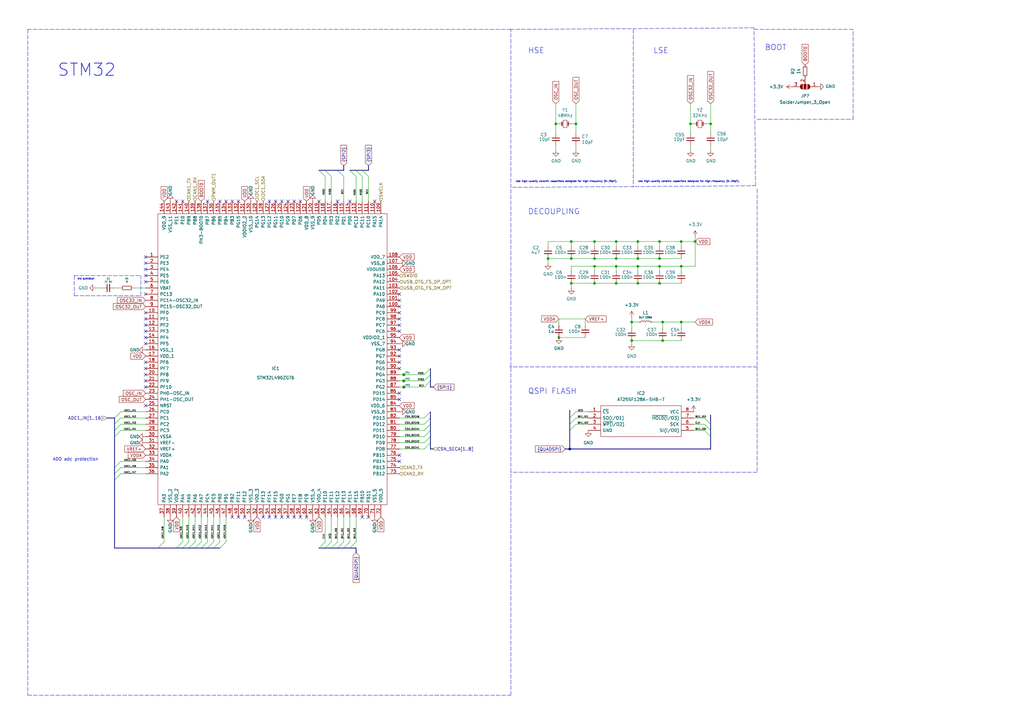
<source format=kicad_sch>
(kicad_sch (version 20211123) (generator eeschema)
  (paper "A3")
  (lib_symbols
    (symbol "Connector:TestPoint_Small" (pin_numbers hide) (pin_names (offset 0.762) hide)
      (property "Reference" "TP" (at 0 3.81 0))
      (property "Value" "TestPoint_Small" (at 0 2.032 0))
      (symbol "TestPoint_Small_1_1"
        (pin passive line (at 0 0 90) (length 0) (name "1") (number "1"))
      )
    )
    (symbol "Device:C_Small" (pin_numbers hide) (pin_names (offset 0.254) hide)
      (property "Reference" "C" (at 0.254 1.778 0))
      (property "Value" "C_Small" (at 0.254 -2.032 0))
      (symbol "C_Small_1_1"
        (pin passive line (at 0 2.54 270) (length 2.032) (name "~") (number "1"))
        (pin passive line (at 0 -2.54 90) (length 2.032) (name "~") (number "2"))
      )
    )
    (symbol "Device:Crystal_Small" (pin_numbers hide) (pin_names (offset 1.016) hide)
      (property "Reference" "Y" (at 0 2.54 0))
      (property "Value" "Crystal_Small" (at 0 -2.54 0))
      (symbol "Crystal_Small_1_1"
        (pin passive line (at -2.54 0 0) (length 1.27) (name "1") (number "1"))
        (pin passive line (at 2.54 0 180) (length 1.27) (name "2") (number "2"))
      )
    )
    (symbol "Device:L_Small" (pin_numbers hide) (pin_names (offset 0.254) hide)
      (property "Reference" "L" (at 0.762 1.016 0))
      (property "Value" "L_Small" (at 0.762 -1.016 0))
      (symbol "L_Small_1_1"
        (pin passive line (at 0 2.54 270) (length 0.508) (name "~") (number "1"))
        (pin passive line (at 0 -2.54 90) (length 0.508) (name "~") (number "2"))
      )
    )
    (symbol "Device:R_Small" (pin_numbers hide) (pin_names (offset 0.254) hide)
      (property "Reference" "R" (at 0.762 0.508 0))
      (property "Value" "R_Small" (at 0.762 -1.016 0))
      (symbol "R_Small_1_1"
        (pin passive line (at 0 2.54 270) (length 0.762) (name "~") (number "1"))
        (pin passive line (at 0 -2.54 90) (length 0.762) (name "~") (number "2"))
      )
    )
    (symbol "Jumper:SolderJumper_3_Open" (pin_names (offset 0) hide)
      (property "Reference" "JP" (at -2.54 -2.54 0))
      (property "Value" "SolderJumper_3_Open" (at 0 2.794 0))
      (symbol "SolderJumper_3_Open_1_1"
        (pin passive line (at -5.08 0 0) (length 2.54) (name "A") (number "1"))
        (pin passive line (at 0 -3.81 90) (length 2.54) (name "C") (number "2"))
        (pin passive line (at 5.08 0 180) (length 2.54) (name "B") (number "3"))
      )
    )
    (symbol "PDM_additional:AT25SF128A-SHB-T" (pin_names (offset 0.762))
      (property "Reference" "IC" (at 39.37 7.62 0))
      (property "Value" "AT25SF128A-SHB-T" (at 39.37 5.08 0))
      (symbol "AT25SF128A-SHB-T_0_0"
        (pin passive line (at 0 0 0) (length 5.08) (name "~{CS}") (number "1"))
        (pin passive line (at 0 -2.54 0) (length 5.08) (name "SO(I/O1)") (number "2"))
        (pin passive line (at 0 -5.08 0) (length 5.08) (name "~{WP(I}/O2)") (number "3"))
        (pin passive line (at 0 -7.62 0) (length 5.08) (name "GND") (number "4"))
        (pin passive line (at 43.18 -7.62 180) (length 5.08) (name "SI(I/O0)") (number "5"))
        (pin passive line (at 43.18 -5.08 180) (length 5.08) (name "SCK") (number "6"))
        (pin passive line (at 43.18 -2.54 180) (length 5.08) (name "~{HOLD(I}/O3)") (number "7"))
        (pin passive line (at 43.18 0 180) (length 5.08) (name "VCC") (number "8"))
      )
    )
    (symbol "PDM_additional:STM32L496ZGT6" (pin_names (offset 0.762))
      (property "Reference" "IC" (at 100.33 22.86 0))
      (property "Value" "STM32L496ZGT6" (at 100.33 20.32 0))
      (symbol "STM32L496ZGT6_0_0"
        (pin passive line (at 0 0 0) (length 5.08) (name "PE2") (number "1"))
        (pin passive line (at 0 -22.86 0) (length 5.08) (name "PF0") (number "10"))
        (pin passive line (at 104.14 -20.32 180) (length 5.08) (name "PA8") (number "100"))
        (pin passive line (at 104.14 -17.78 180) (length 5.08) (name "PA9") (number "101"))
        (pin passive line (at 104.14 -15.24 180) (length 5.08) (name "PA10") (number "102"))
        (pin passive line (at 104.14 -12.7 180) (length 5.08) (name "PA11") (number "103"))
        (pin passive line (at 104.14 -10.16 180) (length 5.08) (name "PA12") (number "104"))
        (pin passive line (at 104.14 -7.62 180) (length 5.08) (name "PA13") (number "105"))
        (pin passive line (at 104.14 -5.08 180) (length 5.08) (name "VDDUSB") (number "106"))
        (pin passive line (at 104.14 -2.54 180) (length 5.08) (name "VSS_8") (number "107"))
        (pin passive line (at 104.14 0 180) (length 5.08) (name "VDD_7") (number "108"))
        (pin passive line (at 96.52 22.86 270) (length 5.08) (name "PA14") (number "109"))
        (pin passive line (at 0 -25.4 0) (length 5.08) (name "PF1") (number "11"))
        (pin passive line (at 93.98 22.86 270) (length 5.08) (name "PA15") (number "110"))
        (pin passive line (at 91.44 22.86 270) (length 5.08) (name "PC10") (number "111"))
        (pin passive line (at 88.9 22.86 270) (length 5.08) (name "PC11") (number "112"))
        (pin passive line (at 86.36 22.86 270) (length 5.08) (name "PC12") (number "113"))
        (pin passive line (at 83.82 22.86 270) (length 5.08) (name "PD0") (number "114"))
        (pin passive line (at 81.28 22.86 270) (length 5.08) (name "PD1") (number "115"))
        (pin passive line (at 78.74 22.86 270) (length 5.08) (name "PD2") (number "116"))
        (pin passive line (at 76.2 22.86 270) (length 5.08) (name "PD3") (number "117"))
        (pin passive line (at 73.66 22.86 270) (length 5.08) (name "PD4") (number "118"))
        (pin passive line (at 71.12 22.86 270) (length 5.08) (name "PD5") (number "119"))
        (pin passive line (at 0 -27.94 0) (length 5.08) (name "PF2") (number "12"))
        (pin passive line (at 68.58 22.86 270) (length 5.08) (name "VSS_9") (number "120"))
        (pin passive line (at 66.04 22.86 270) (length 5.08) (name "VDD_8") (number "121"))
        (pin passive line (at 63.5 22.86 270) (length 5.08) (name "PD6") (number "122"))
        (pin passive line (at 60.96 22.86 270) (length 5.08) (name "PD7") (number "123"))
        (pin passive line (at 58.42 22.86 270) (length 5.08) (name "PG9") (number "124"))
        (pin passive line (at 55.88 22.86 270) (length 5.08) (name "PG10") (number "125"))
        (pin passive line (at 53.34 22.86 270) (length 5.08) (name "PG11") (number "126"))
        (pin passive line (at 50.8 22.86 270) (length 5.08) (name "PG12") (number "127"))
        (pin passive line (at 48.26 22.86 270) (length 5.08) (name "PG13") (number "128"))
        (pin passive line (at 45.72 22.86 270) (length 5.08) (name "PG14") (number "129"))
        (pin passive line (at 0 -30.48 0) (length 5.08) (name "PF3") (number "13"))
        (pin passive line (at 43.18 22.86 270) (length 5.08) (name "VSS_10") (number "130"))
        (pin passive line (at 40.64 22.86 270) (length 5.08) (name "VDDIO2_2") (number "131"))
        (pin passive line (at 38.1 22.86 270) (length 5.08) (name "PG15") (number "132"))
        (pin passive line (at 35.56 22.86 270) (length 5.08) (name "PB3") (number "133"))
        (pin passive line (at 33.02 22.86 270) (length 5.08) (name "PB4") (number "134"))
        (pin passive line (at 30.48 22.86 270) (length 5.08) (name "PB5") (number "135"))
        (pin passive line (at 27.94 22.86 270) (length 5.08) (name "PB6") (number "136"))
        (pin passive line (at 25.4 22.86 270) (length 5.08) (name "PB7") (number "137"))
        (pin passive line (at 22.86 22.86 270) (length 5.08) (name "PH3-BOOT0") (number "138"))
        (pin passive line (at 20.32 22.86 270) (length 5.08) (name "PB8") (number "139"))
        (pin passive line (at 0 -33.02 0) (length 5.08) (name "PF4") (number "14"))
        (pin passive line (at 17.78 22.86 270) (length 5.08) (name "PB9") (number "140"))
        (pin passive line (at 15.24 22.86 270) (length 5.08) (name "PE0") (number "141"))
        (pin passive line (at 12.7 22.86 270) (length 5.08) (name "PE1") (number "142"))
        (pin passive line (at 10.16 22.86 270) (length 5.08) (name "VSS_11") (number "143"))
        (pin passive line (at 7.62 22.86 270) (length 5.08) (name "VDD_9") (number "144"))
        (pin passive line (at 0 -35.56 0) (length 5.08) (name "PF5") (number "15"))
        (pin passive line (at 0 -38.1 0) (length 5.08) (name "VSS_1") (number "16"))
        (pin passive line (at 0 -40.64 0) (length 5.08) (name "VDD_1") (number "17"))
        (pin passive line (at 0 -43.18 0) (length 5.08) (name "PF6") (number "18"))
        (pin passive line (at 0 -45.72 0) (length 5.08) (name "PF7") (number "19"))
        (pin passive line (at 0 -2.54 0) (length 5.08) (name "PE3") (number "2"))
        (pin passive line (at 0 -48.26 0) (length 5.08) (name "PF8") (number "20"))
        (pin passive line (at 0 -50.8 0) (length 5.08) (name "PF9") (number "21"))
        (pin passive line (at 0 -53.34 0) (length 5.08) (name "PF10") (number "22"))
        (pin passive line (at 0 -55.88 0) (length 5.08) (name "PH0-OSC_IN") (number "23"))
        (pin passive line (at 0 -58.42 0) (length 5.08) (name "PH1-OSC_OUT") (number "24"))
        (pin passive line (at 0 -60.96 0) (length 5.08) (name "NRST") (number "25"))
        (pin passive line (at 0 -63.5 0) (length 5.08) (name "PC0") (number "26"))
        (pin passive line (at 0 -66.04 0) (length 5.08) (name "PC1") (number "27"))
        (pin passive line (at 0 -68.58 0) (length 5.08) (name "PC2") (number "28"))
        (pin passive line (at 0 -71.12 0) (length 5.08) (name "PC3") (number "29"))
        (pin passive line (at 0 -5.08 0) (length 5.08) (name "PE4") (number "3"))
        (pin passive line (at 0 -73.66 0) (length 5.08) (name "VSSA") (number "30"))
        (pin passive line (at 0 -76.2 0) (length 5.08) (name "VREF-") (number "31"))
        (pin passive line (at 0 -78.74 0) (length 5.08) (name "VREF+") (number "32"))
        (pin passive line (at 0 -81.28 0) (length 5.08) (name "VDDA") (number "33"))
        (pin passive line (at 0 -83.82 0) (length 5.08) (name "PA0") (number "34"))
        (pin passive line (at 0 -86.36 0) (length 5.08) (name "PA1") (number "35"))
        (pin passive line (at 0 -88.9 0) (length 5.08) (name "PA2") (number "36"))
        (pin passive line (at 7.62 -106.68 90) (length 5.08) (name "PA3") (number "37"))
        (pin passive line (at 10.16 -106.68 90) (length 5.08) (name "VSS_2") (number "38"))
        (pin passive line (at 12.7 -106.68 90) (length 5.08) (name "VDD_2") (number "39"))
        (pin passive line (at 0 -7.62 0) (length 5.08) (name "PE5") (number "4"))
        (pin passive line (at 15.24 -106.68 90) (length 5.08) (name "PA4") (number "40"))
        (pin passive line (at 17.78 -106.68 90) (length 5.08) (name "PA5") (number "41"))
        (pin passive line (at 20.32 -106.68 90) (length 5.08) (name "PA6") (number "42"))
        (pin passive line (at 22.86 -106.68 90) (length 5.08) (name "PA7") (number "43"))
        (pin passive line (at 25.4 -106.68 90) (length 5.08) (name "PC4") (number "44"))
        (pin passive line (at 27.94 -106.68 90) (length 5.08) (name "PC5") (number "45"))
        (pin passive line (at 30.48 -106.68 90) (length 5.08) (name "PB0") (number "46"))
        (pin passive line (at 33.02 -106.68 90) (length 5.08) (name "PB1") (number "47"))
        (pin passive line (at 35.56 -106.68 90) (length 5.08) (name "PB2") (number "48"))
        (pin passive line (at 38.1 -106.68 90) (length 5.08) (name "PF11") (number "49"))
        (pin passive line (at 0 -10.16 0) (length 5.08) (name "PE6") (number "5"))
        (pin passive line (at 40.64 -106.68 90) (length 5.08) (name "PF12") (number "50"))
        (pin passive line (at 43.18 -106.68 90) (length 5.08) (name "VSS_3") (number "51"))
        (pin passive line (at 45.72 -106.68 90) (length 5.08) (name "VDD_3") (number "52"))
        (pin passive line (at 48.26 -106.68 90) (length 5.08) (name "PF13") (number "53"))
        (pin passive line (at 50.8 -106.68 90) (length 5.08) (name "PF14") (number "54"))
        (pin passive line (at 53.34 -106.68 90) (length 5.08) (name "PF15") (number "55"))
        (pin passive line (at 55.88 -106.68 90) (length 5.08) (name "PG0") (number "56"))
        (pin passive line (at 58.42 -106.68 90) (length 5.08) (name "PG1") (number "57"))
        (pin passive line (at 60.96 -106.68 90) (length 5.08) (name "PE7") (number "58"))
        (pin passive line (at 63.5 -106.68 90) (length 5.08) (name "PE8") (number "59"))
        (pin passive line (at 0 -12.7 0) (length 5.08) (name "VBAT") (number "6"))
        (pin passive line (at 66.04 -106.68 90) (length 5.08) (name "PE9") (number "60"))
        (pin passive line (at 68.58 -106.68 90) (length 5.08) (name "VSS_4") (number "61"))
        (pin passive line (at 71.12 -106.68 90) (length 5.08) (name "VDD_4") (number "62"))
        (pin passive line (at 73.66 -106.68 90) (length 5.08) (name "PE10") (number "63"))
        (pin passive line (at 76.2 -106.68 90) (length 5.08) (name "PE11") (number "64"))
        (pin passive line (at 78.74 -106.68 90) (length 5.08) (name "PE12") (number "65"))
        (pin passive line (at 81.28 -106.68 90) (length 5.08) (name "PE13") (number "66"))
        (pin passive line (at 83.82 -106.68 90) (length 5.08) (name "PE14") (number "67"))
        (pin passive line (at 86.36 -106.68 90) (length 5.08) (name "PE15") (number "68"))
        (pin passive line (at 88.9 -106.68 90) (length 5.08) (name "PB10") (number "69"))
        (pin passive line (at 0 -15.24 0) (length 5.08) (name "PC13") (number "7"))
        (pin passive line (at 91.44 -106.68 90) (length 5.08) (name "PB11") (number "70"))
        (pin passive line (at 93.98 -106.68 90) (length 5.08) (name "VSS_5") (number "71"))
        (pin passive line (at 96.52 -106.68 90) (length 5.08) (name "VDD_5") (number "72"))
        (pin passive line (at 104.14 -88.9 180) (length 5.08) (name "PB12") (number "73"))
        (pin passive line (at 104.14 -86.36 180) (length 5.08) (name "PB13") (number "74"))
        (pin passive line (at 104.14 -83.82 180) (length 5.08) (name "PB14") (number "75"))
        (pin passive line (at 104.14 -81.28 180) (length 5.08) (name "PB15") (number "76"))
        (pin passive line (at 104.14 -78.74 180) (length 5.08) (name "PD8") (number "77"))
        (pin passive line (at 104.14 -76.2 180) (length 5.08) (name "PD9") (number "78"))
        (pin passive line (at 104.14 -73.66 180) (length 5.08) (name "PD10") (number "79"))
        (pin passive line (at 0 -17.78 0) (length 5.08) (name "PC14-OSC32_IN") (number "8"))
        (pin passive line (at 104.14 -71.12 180) (length 5.08) (name "PD11") (number "80"))
        (pin passive line (at 104.14 -68.58 180) (length 5.08) (name "PD12") (number "81"))
        (pin passive line (at 104.14 -66.04 180) (length 5.08) (name "PD13") (number "82"))
        (pin passive line (at 104.14 -63.5 180) (length 5.08) (name "VSS_6") (number "83"))
        (pin passive line (at 104.14 -60.96 180) (length 5.08) (name "VDD_6") (number "84"))
        (pin passive line (at 104.14 -58.42 180) (length 5.08) (name "PD14") (number "85"))
        (pin passive line (at 104.14 -55.88 180) (length 5.08) (name "PD15") (number "86"))
        (pin passive line (at 104.14 -53.34 180) (length 5.08) (name "PG2") (number "87"))
        (pin passive line (at 104.14 -50.8 180) (length 5.08) (name "PG3") (number "88"))
        (pin passive line (at 104.14 -48.26 180) (length 5.08) (name "PG4") (number "89"))
        (pin passive line (at 0 -20.32 0) (length 5.08) (name "PC15-OSC32_OUT") (number "9"))
        (pin passive line (at 104.14 -45.72 180) (length 5.08) (name "PG5") (number "90"))
        (pin passive line (at 104.14 -43.18 180) (length 5.08) (name "PG6") (number "91"))
        (pin passive line (at 104.14 -40.64 180) (length 5.08) (name "PG7") (number "92"))
        (pin passive line (at 104.14 -38.1 180) (length 5.08) (name "PG8") (number "93"))
        (pin passive line (at 104.14 -35.56 180) (length 5.08) (name "VSS_7") (number "94"))
        (pin passive line (at 104.14 -33.02 180) (length 5.08) (name "VDDIO2_1") (number "95"))
        (pin passive line (at 104.14 -30.48 180) (length 5.08) (name "PC6") (number "96"))
        (pin passive line (at 104.14 -27.94 180) (length 5.08) (name "PC7") (number "97"))
        (pin passive line (at 104.14 -25.4 180) (length 5.08) (name "PC8") (number "98"))
        (pin passive line (at 104.14 -22.86 180) (length 5.08) (name "PC9") (number "99"))
      )
    )
    (symbol "power:+3.3V" (power) (pin_names (offset 0))
      (property "Value" "+3.3V" (at 0 3.556 0))
      (symbol "+3.3V_1_1"
        (pin power_in line (at 0 0 90) (length 0) hide (name "+3.3V") (number "1"))
      )
    )
    (symbol "power:GND" (power) (pin_names (offset 0))
      (property "Value" "GND" (at 0 -3.81 0))
      (symbol "GND_1_1"
        (pin power_in line (at 0 0 270) (length 0) hide (name "GND") (number "1"))
      )
    )
  )
  (bus_alias "QUADSPI" (members "CLK" "NCS" "BK1_IO0" "BK1_IO1" "BK1_IO2" "BK1_IO3"))
  (bus_alias "SPI1" (members "SCK" "MISO" "MOSI"))
  (bus_alias "SPI3" (members "SCK" "MISO" "MOSI"))
  (bus_alias "SPI2" (members "SCK" "MISO" "MOSI"))
  (junction (at 279.4 109.22))
  (junction (at 259.08 132.08))
  (junction (at 165.608 153.67))
  (junction (at 252.73 106.045))
  (junction (at 234.315 106.045))
  (junction (at 227.965 50.8))
  (junction (at 279.4 99.06))
  (junction (at 285.115 99.06))
  (junction (at 261.62 116.205))
  (junction (at 165.608 158.75))
  (junction (at 270.51 109.22))
  (junction (at 291.465 50.8))
  (junction (at 270.51 99.06))
  (junction (at 252.73 116.205))
  (junction (at 243.84 106.045))
  (junction (at 279.4 132.08))
  (junction (at 270.51 106.045))
  (junction (at 165.608 156.21))
  (junction (at 283.21 50.8))
  (junction (at 261.62 106.045))
  (junction (at 234.315 116.205))
  (junction (at 243.84 116.205))
  (junction (at 252.73 109.22))
  (junction (at 261.62 109.22))
  (junction (at 234.315 99.06))
  (junction (at 236.22 50.8))
  (junction (at 252.73 99.06))
  (junction (at 259.08 139.7))
  (junction (at 229.235 138.43))
  (junction (at 271.78 132.08))
  (junction (at 233.68 184.15))
  (junction (at 243.84 99.06))
  (junction (at 271.78 139.7))
  (junction (at 261.62 99.06))
  (junction (at 270.51 116.205))
  (junction (at 243.84 109.22))
  (junction (at 224.79 106.045))
  (no_connect (at 110.49 212.09))
  (no_connect (at 107.95 212.09))
  (no_connect (at 100.33 212.09))
  (no_connect (at 97.79 212.09))
  (no_connect (at 95.25 212.09))
  (no_connect (at 59.69 130.81))
  (no_connect (at 59.69 148.59))
  (no_connect (at 59.69 140.97))
  (no_connect (at 59.69 138.43))
  (no_connect (at 59.69 135.89))
  (no_connect (at 59.69 133.35))
  (no_connect (at 59.69 128.27))
  (no_connect (at 59.69 120.65))
  (no_connect (at 59.69 166.37))
  (no_connect (at 59.69 158.75))
  (no_connect (at 59.69 156.21))
  (no_connect (at 59.69 153.67))
  (no_connect (at 59.69 151.13))
  (no_connect (at 59.69 113.03))
  (no_connect (at 59.69 115.57))
  (no_connect (at 151.13 212.09))
  (no_connect (at 163.83 189.23))
  (no_connect (at 163.83 186.69))
  (no_connect (at 148.59 212.09))
  (no_connect (at 153.67 82.55))
  (no_connect (at 163.83 163.83))
  (no_connect (at 163.83 161.29))
  (no_connect (at 163.83 151.13))
  (no_connect (at 163.83 148.59))
  (no_connect (at 163.83 146.05))
  (no_connect (at 163.83 143.51))
  (no_connect (at 163.83 135.89))
  (no_connect (at 163.83 133.35))
  (no_connect (at 163.83 130.81))
  (no_connect (at 163.83 128.27))
  (no_connect (at 163.83 125.73))
  (no_connect (at 163.83 123.19))
  (no_connect (at 163.83 120.65))
  (no_connect (at 115.57 212.09))
  (no_connect (at 118.11 212.09))
  (no_connect (at 113.03 212.09))
  (no_connect (at 123.19 212.09))
  (no_connect (at 125.73 212.09))
  (no_connect (at 120.65 212.09))
  (no_connect (at 130.81 82.55))
  (no_connect (at 143.51 82.55))
  (no_connect (at 138.43 82.55))
  (no_connect (at 72.39 82.55))
  (no_connect (at 74.93 82.55))
  (no_connect (at 85.09 82.55))
  (no_connect (at 90.17 82.55))
  (no_connect (at 92.71 82.55))
  (no_connect (at 95.25 82.55))
  (no_connect (at 97.79 82.55))
  (no_connect (at 113.03 82.55))
  (no_connect (at 110.49 82.55))
  (no_connect (at 115.57 82.55))
  (no_connect (at 118.11 82.55))
  (no_connect (at 120.65 82.55))
  (no_connect (at 123.19 82.55))
  (no_connect (at 59.69 107.95))
  (no_connect (at 59.69 110.49))
  (no_connect (at 59.69 105.41))
  (bus_entry (at 233.68 173.99) (size 2.54 -2.54))
  (bus_entry (at 291.465 173.99) (size -2.54 -2.54))
  (bus_entry (at 151.13 72.39) (size -2.54 -2.54))
  (bus_entry (at 49.53 171.45) (size -2.54 2.54))
  (bus_entry (at 49.53 168.91) (size -2.54 2.54))
  (bus_entry (at 49.53 176.53) (size -2.54 2.54))
  (bus_entry (at 49.53 173.99) (size -2.54 2.54))
  (bus_entry (at 49.53 194.31) (size -2.54 2.54))
  (bus_entry (at 49.53 189.23) (size -2.54 2.54))
  (bus_entry (at 49.53 191.77) (size -2.54 2.54))
  (bus_entry (at 67.31 222.25) (size -2.54 2.54))
  (bus_entry (at 233.68 176.53) (size 2.54 -2.54))
  (bus_entry (at 82.55 222.25) (size -2.54 2.54))
  (bus_entry (at 130.81 69.85) (size 2.54 2.54))
  (bus_entry (at 133.35 69.85) (size 2.54 2.54))
  (bus_entry (at 87.63 222.25) (size -2.54 2.54))
  (bus_entry (at 173.99 153.67) (size 2.54 -2.54))
  (bus_entry (at 148.59 72.39) (size -2.54 -2.54))
  (bus_entry (at 85.09 222.25) (size -2.54 2.54))
  (bus_entry (at 291.465 176.53) (size -2.54 -2.54))
  (bus_entry (at 291.465 179.07) (size -2.54 -2.54))
  (bus_entry (at 140.97 72.39) (size -2.54 -2.54))
  (bus_entry (at 80.01 222.25) (size -2.54 2.54))
  (bus_entry (at 77.47 222.25) (size -2.54 2.54))
  (bus_entry (at 173.99 158.75) (size 2.54 -2.54))
  (bus_entry (at 233.68 171.45) (size 2.54 -2.54))
  (bus_entry (at 133.35 222.25) (size -2.54 2.54))
  (bus_entry (at 135.89 222.25) (size -2.54 2.54))
  (bus_entry (at 138.43 222.25) (size -2.54 2.54))
  (bus_entry (at 140.97 222.25) (size -2.54 2.54))
  (bus_entry (at 143.51 222.25) (size -2.54 2.54))
  (bus_entry (at 146.05 222.25) (size -2.54 2.54))
  (bus_entry (at 92.71 222.25) (size -2.54 2.54))
  (bus_entry (at 173.99 171.45) (size 2.54 -2.54))
  (bus_entry (at 173.99 173.99) (size 2.54 -2.54))
  (bus_entry (at 173.99 176.53) (size 2.54 -2.54))
  (bus_entry (at 173.99 179.07) (size 2.54 -2.54))
  (bus_entry (at 173.99 181.61) (size 2.54 -2.54))
  (bus_entry (at 173.99 184.15) (size 2.54 -2.54))
  (bus_entry (at 173.99 156.21) (size 2.54 -2.54))
  (bus_entry (at 146.05 72.39) (size -2.54 -2.54))
  (bus_entry (at 90.17 222.25) (size -2.54 2.54))
  (bus_entry (at 74.93 222.25) (size -2.54 2.54))
  (wire (pts (xy 229.235 138.43) (xy 240.03 138.43)))
  (bus (pts (xy 146.05 224.79) (xy 146.05 226.695)))
  (bus (pts (xy 233.68 176.53) (xy 233.68 184.15)))
  (wire (pts (xy 236.22 173.99) (xy 241.3 173.99)))
  (wire (pts (xy 49.53 191.77) (xy 59.69 191.77)))
  (wire (pts (xy 289.56 50.8) (xy 291.465 50.8)))
  (polyline (pts (xy 30.48 121.285) (xy 57.785 121.285)))
  (wire (pts (xy 227.965 59.69) (xy 227.965 61.595)))
  (wire (pts (xy 243.84 111.125) (xy 243.84 109.22)))
  (bus (pts (xy 135.89 224.79) (xy 138.43 224.79)))
  (wire (pts (xy 252.73 116.205) (xy 261.62 116.205)))
  (bus (pts (xy 233.68 173.99) (xy 233.68 176.53)))
  (wire (pts (xy 236.22 59.69) (xy 236.22 61.595)))
  (wire (pts (xy 148.59 72.39) (xy 148.59 82.55)))
  (polyline (pts (xy 210.185 76.835) (xy 309.88 76.2)))
  (wire (pts (xy 279.4 132.08) (xy 285.115 132.08)))
  (wire (pts (xy 39.37 118.11) (xy 41.91 118.11)))
  (bus (pts (xy 148.59 69.85) (xy 151.13 69.85)))
  (wire (pts (xy 285.115 97.155) (xy 285.115 99.06)))
  (wire (pts (xy 163.83 158.75) (xy 165.608 158.75)))
  (wire (pts (xy 284.48 50.8) (xy 283.21 50.8)))
  (wire (pts (xy 236.22 168.91) (xy 241.3 168.91)))
  (polyline (pts (xy 310.515 150.495) (xy 310.515 193.675)))
  (wire (pts (xy 279.4 99.06) (xy 279.4 100.965)))
  (wire (pts (xy 227.965 50.8) (xy 227.965 42.545)))
  (wire (pts (xy 49.53 176.53) (xy 59.69 176.53)))
  (wire (pts (xy 291.465 50.8) (xy 291.465 54.61)))
  (wire (pts (xy 90.17 222.25) (xy 90.17 212.09)))
  (wire (pts (xy 285.115 109.22) (xy 279.4 109.22)))
  (wire (pts (xy 288.925 173.99) (xy 284.48 173.99)))
  (wire (pts (xy 283.21 50.8) (xy 283.21 42.545)))
  (bus (pts (xy 231.775 184.15) (xy 233.68 184.15)))
  (wire (pts (xy 133.35 222.25) (xy 133.35 212.09)))
  (bus (pts (xy 46.99 179.07) (xy 46.99 191.77)))
  (wire (pts (xy 259.08 139.7) (xy 271.78 139.7)))
  (bus (pts (xy 143.51 69.85) (xy 146.05 69.85)))
  (wire (pts (xy 140.97 82.55) (xy 140.97 72.39)))
  (polyline (pts (xy 309.88 76.2) (xy 309.245 11.43)))
  (wire (pts (xy 270.51 99.06) (xy 270.51 100.965)))
  (bus (pts (xy 176.53 179.07) (xy 176.53 181.61)))
  (wire (pts (xy 143.51 212.09) (xy 143.51 222.25)))
  (wire (pts (xy 261.62 116.205) (xy 270.51 116.205)))
  (bus (pts (xy 140.97 69.85) (xy 140.97 67.945)))
  (bus (pts (xy 87.63 224.79) (xy 90.17 224.79)))
  (wire (pts (xy 135.89 212.09) (xy 135.89 222.25)))
  (wire (pts (xy 49.53 171.45) (xy 59.69 171.45)))
  (wire (pts (xy 243.84 99.06) (xy 252.73 99.06)))
  (polyline (pts (xy 310.515 150.495) (xy 208.915 150.495)))
  (wire (pts (xy 234.315 50.8) (xy 236.22 50.8)))
  (wire (pts (xy 229.235 130.81) (xy 229.235 133.35)))
  (wire (pts (xy 259.08 130.175) (xy 259.08 132.08)))
  (bus (pts (xy 176.53 173.99) (xy 176.53 176.53)))
  (wire (pts (xy 236.22 171.45) (xy 241.3 171.45)))
  (bus (pts (xy 176.53 184.15) (xy 177.8 184.15)))
  (wire (pts (xy 252.73 106.045) (xy 261.62 106.045)))
  (wire (pts (xy 252.73 99.06) (xy 252.73 100.965)))
  (wire (pts (xy 49.53 189.23) (xy 59.69 189.23)))
  (wire (pts (xy 163.83 179.07) (xy 173.99 179.07)))
  (bus (pts (xy 233.68 184.15) (xy 291.465 184.15)))
  (bus (pts (xy 82.55 224.79) (xy 85.09 224.79)))
  (wire (pts (xy 138.43 212.09) (xy 138.43 222.25)))
  (bus (pts (xy 176.53 168.91) (xy 176.53 171.45)))
  (wire (pts (xy 279.4 132.08) (xy 279.4 134.62)))
  (bus (pts (xy 46.99 176.53) (xy 46.99 179.07)))
  (wire (pts (xy 146.05 212.09) (xy 146.05 222.25)))
  (bus (pts (xy 85.09 224.79) (xy 87.63 224.79)))
  (wire (pts (xy 165.608 158.75) (xy 173.99 158.75)))
  (bus (pts (xy 46.99 194.31) (xy 46.99 196.85)))
  (bus (pts (xy 140.97 224.79) (xy 143.51 224.79)))
  (wire (pts (xy 140.97 212.09) (xy 140.97 222.25)))
  (bus (pts (xy 130.81 224.79) (xy 133.35 224.79)))
  (wire (pts (xy 49.53 168.91) (xy 59.69 168.91)))
  (wire (pts (xy 229.235 50.8) (xy 227.965 50.8)))
  (wire (pts (xy 291.465 59.69) (xy 291.465 61.595)))
  (wire (pts (xy 229.235 130.81) (xy 240.03 130.81)))
  (bus (pts (xy 291.465 173.99) (xy 291.465 176.53)))
  (wire (pts (xy 54.61 118.11) (xy 59.69 118.11)))
  (wire (pts (xy 165.608 153.67) (xy 173.99 153.67)))
  (wire (pts (xy 234.315 116.205) (xy 234.315 118.11)))
  (wire (pts (xy 283.21 50.8) (xy 283.21 54.61)))
  (bus (pts (xy 74.93 224.79) (xy 77.47 224.79)))
  (wire (pts (xy 279.4 109.22) (xy 279.4 111.125)))
  (wire (pts (xy 261.62 99.06) (xy 261.62 100.965)))
  (polyline (pts (xy 349.885 12.065) (xy 309.245 12.065)))
  (polyline (pts (xy 309.245 11.43) (xy 209.55 12.065)))
  (wire (pts (xy 271.78 139.7) (xy 279.4 139.7)))
  (wire (pts (xy 227.965 50.8) (xy 227.965 54.61)))
  (wire (pts (xy 236.22 50.8) (xy 236.22 54.61)))
  (bus (pts (xy 176.53 153.67) (xy 176.53 151.13)))
  (wire (pts (xy 234.315 99.06) (xy 243.84 99.06)))
  (wire (pts (xy 146.05 72.39) (xy 146.05 82.55)))
  (wire (pts (xy 243.84 106.045) (xy 252.73 106.045)))
  (bus (pts (xy 176.53 171.45) (xy 176.53 173.99)))
  (wire (pts (xy 243.84 109.22) (xy 252.73 109.22)))
  (polyline (pts (xy 57.785 121.285) (xy 57.785 113.03)))
  (wire (pts (xy 261.62 109.22) (xy 270.51 109.22)))
  (wire (pts (xy 234.315 109.22) (xy 243.84 109.22)))
  (bus (pts (xy 143.51 224.79) (xy 146.05 224.79)))
  (polyline (pts (xy 11.43 12.065) (xy 11.43 285.115)))
  (wire (pts (xy 151.13 72.39) (xy 151.13 82.55)))
  (bus (pts (xy 133.35 224.79) (xy 135.89 224.79)))
  (polyline (pts (xy 30.48 113.03) (xy 57.785 113.03)))
  (wire (pts (xy 163.83 156.21) (xy 165.608 156.21)))
  (wire (pts (xy 224.79 99.06) (xy 224.79 100.965)))
  (bus (pts (xy 176.53 181.61) (xy 176.53 184.15)))
  (bus (pts (xy 46.99 171.45) (xy 46.99 173.99)))
  (wire (pts (xy 163.83 176.53) (xy 173.99 176.53)))
  (wire (pts (xy 46.99 118.11) (xy 49.53 118.11)))
  (wire (pts (xy 270.51 109.22) (xy 270.51 111.125)))
  (wire (pts (xy 234.315 109.22) (xy 234.315 111.125)))
  (bus (pts (xy 291.465 176.53) (xy 291.465 179.07)))
  (wire (pts (xy 271.78 132.08) (xy 279.4 132.08)))
  (bus (pts (xy 72.39 224.79) (xy 74.93 224.79)))
  (wire (pts (xy 284.48 176.53) (xy 288.925 176.53)))
  (wire (pts (xy 267.335 132.08) (xy 271.78 132.08)))
  (wire (pts (xy 49.53 194.31) (xy 59.69 194.31)))
  (bus (pts (xy 77.47 224.79) (xy 80.01 224.79)))
  (wire (pts (xy 259.08 134.62) (xy 259.08 132.08)))
  (wire (pts (xy 234.315 99.06) (xy 224.79 99.06)))
  (polyline (pts (xy 209.55 12.065) (xy 11.43 12.065)))
  (wire (pts (xy 285.115 99.06) (xy 285.115 109.22)))
  (wire (pts (xy 163.83 153.67) (xy 165.608 153.67)))
  (wire (pts (xy 270.51 99.06) (xy 279.4 99.06)))
  (wire (pts (xy 259.08 132.08) (xy 262.255 132.08)))
  (bus (pts (xy 46.99 196.85) (xy 46.99 224.79)))
  (wire (pts (xy 49.53 173.99) (xy 59.69 173.99)))
  (polyline (pts (xy 209.55 285.115) (xy 209.55 12.065)))
  (wire (pts (xy 243.84 100.965) (xy 243.84 99.06)))
  (wire (pts (xy 135.89 82.55) (xy 135.89 72.39)))
  (wire (pts (xy 234.315 106.045) (xy 243.84 106.045)))
  (bus (pts (xy 176.53 158.75) (xy 177.8 158.75)))
  (bus (pts (xy 291.465 170.18) (xy 291.465 173.99)))
  (bus (pts (xy 146.05 69.85) (xy 148.59 69.85)))
  (bus (pts (xy 130.81 69.85) (xy 133.35 69.85)))
  (bus (pts (xy 176.53 156.21) (xy 176.53 153.67)))
  (wire (pts (xy 163.83 173.99) (xy 173.99 173.99)))
  (polyline (pts (xy 259.715 12.065) (xy 259.715 76.835)))
  (wire (pts (xy 270.51 109.22) (xy 279.4 109.22)))
  (wire (pts (xy 252.73 99.06) (xy 261.62 99.06)))
  (bus (pts (xy 64.77 224.79) (xy 72.39 224.79)))
  (wire (pts (xy 165.608 156.21) (xy 173.99 156.21)))
  (wire (pts (xy 234.315 99.06) (xy 234.315 100.965)))
  (polyline (pts (xy 310.515 48.895) (xy 349.885 48.895)))
  (wire (pts (xy 252.73 109.22) (xy 261.62 109.22)))
  (wire (pts (xy 133.35 72.39) (xy 133.35 82.55)))
  (wire (pts (xy 82.55 222.25) (xy 82.55 212.09)))
  (bus (pts (xy 133.35 69.85) (xy 138.43 69.85)))
  (polyline (pts (xy 11.43 285.115) (xy 209.55 285.115)))
  (polyline (pts (xy 310.515 77.47) (xy 310.515 150.495)))
  (wire (pts (xy 87.63 222.25) (xy 87.63 212.09)))
  (wire (pts (xy 259.08 139.7) (xy 259.08 140.97)))
  (bus (pts (xy 176.53 158.75) (xy 176.53 156.21)))
  (wire (pts (xy 236.22 50.8) (xy 236.22 42.545)))
  (wire (pts (xy 80.01 222.25) (xy 80.01 212.09)))
  (wire (pts (xy 74.93 222.25) (xy 74.93 212.09)))
  (wire (pts (xy 224.79 106.045) (xy 234.315 106.045)))
  (wire (pts (xy 285.115 99.06) (xy 279.4 99.06)))
  (wire (pts (xy 67.31 222.25) (xy 67.31 212.09)))
  (bus (pts (xy 151.13 67.945) (xy 151.13 69.85)))
  (wire (pts (xy 283.21 59.69) (xy 283.21 61.595)))
  (bus (pts (xy 46.99 173.99) (xy 46.99 176.53)))
  (polyline (pts (xy 349.885 48.895) (xy 349.885 12.065)))
  (bus (pts (xy 291.465 179.07) (xy 291.465 184.15)))
  (wire (pts (xy 243.84 116.205) (xy 252.73 116.205)))
  (wire (pts (xy 261.62 106.045) (xy 270.51 106.045)))
  (wire (pts (xy 77.47 222.25) (xy 77.47 212.09)))
  (wire (pts (xy 291.465 50.8) (xy 291.465 42.545)))
  (bus (pts (xy 233.68 168.275) (xy 233.68 171.45)))
  (bus (pts (xy 176.53 176.53) (xy 176.53 179.07)))
  (wire (pts (xy 270.51 116.205) (xy 279.4 116.205)))
  (wire (pts (xy 163.83 184.15) (xy 173.99 184.15)))
  (bus (pts (xy 46.99 224.79) (xy 64.77 224.79)))
  (bus (pts (xy 46.99 191.77) (xy 46.99 194.31)))
  (polyline (pts (xy 30.48 113.03) (xy 30.48 121.285)))
  (wire (pts (xy 163.83 171.45) (xy 173.99 171.45)))
  (wire (pts (xy 288.925 171.45) (xy 284.48 171.45)))
  (bus (pts (xy 43.815 171.45) (xy 46.99 171.45)))
  (bus (pts (xy 80.01 224.79) (xy 82.55 224.79)))
  (wire (pts (xy 252.73 109.22) (xy 252.73 111.125)))
  (wire (pts (xy 85.09 222.25) (xy 85.09 212.09)))
  (wire (pts (xy 240.03 130.81) (xy 240.03 133.35)))
  (wire (pts (xy 261.62 109.22) (xy 261.62 111.125)))
  (wire (pts (xy 261.62 99.06) (xy 270.51 99.06)))
  (bus (pts (xy 138.43 69.85) (xy 140.97 69.85)))
  (bus (pts (xy 233.68 171.45) (xy 233.68 173.99)))
  (wire (pts (xy 234.315 116.205) (xy 243.84 116.205)))
  (wire (pts (xy 92.71 222.25) (xy 92.71 212.09)))
  (wire (pts (xy 163.83 181.61) (xy 173.99 181.61)))
  (wire (pts (xy 271.78 132.08) (xy 271.78 134.62)))
  (bus (pts (xy 138.43 224.79) (xy 140.97 224.79)))
  (wire (pts (xy 224.79 106.045) (xy 224.79 107.95)))
  (wire (pts (xy 270.51 106.045) (xy 279.4 106.045)))
  (polyline (pts (xy 310.515 193.675) (xy 209.55 193.675)))
  (text "STM32" (at 23.495 31.75 0) (effects (font (size 5 5) (thickness 0.254) bold) (justify left bottom)))
  (text "DECOUPLING" (at 216.535 88.265 0) (effects (font (size 2.2606 2.2606)) (justify left bottom)))
  (text "LSE" (at 267.97 22.225 0) (effects (font (size 2.2606 2.2606)) (justify left bottom)))
  (text "ADD adc protection" (at 21.59 189.23 0) (effects (font (size 1.27 1.27)) (justify left bottom)))
  (text "Use high-quality ceramic capacitors designed for high-frequency (5-20pF)." (at 261.62 74.93 0) (effects (font (size 0.7 0.7)) (justify left bottom)))
  (text "BOOT" (at 313.69 20.955 0) (effects (font (size 2.2606 2.2606)) (justify left bottom)))
  (text "QSPI FLASH" (at 216.535 161.925 0) (effects (font (size 2.2606 2.2606)) (justify left bottom)))
  (text "RTC SUPERCAP" (at 31.75 114.935 0) (effects (font (size 0.6 0.6)) (justify left bottom)))
  (text "Use high-quality ceramic capacitors designed for high-frequency (5-20pF)." (at 211.455 74.93 0) (effects (font (size 0.7 0.7)) (justify left bottom)))
  (text "HSE" (at 216.535 22.225 0) (effects (font (size 2.2606 2.2606)) (justify left bottom)))
  (label "CSN_SECA2" (at 172.085 181.61 180) (effects (font (size 0.7 0.7))))
  (label "CLK" (at 133.35 220.98 90) (effects (font (size 0.7 0.7))))
  (label "MOSI" (at 133.35 80.01 90) (effects (font (size 0.7 0.7))))
  (label "ADC1_IN13" (at 85.09 220.98 90) (effects (font (size 0.7 0.7))))
  (label "MISO" (at 148.59 77.47 270) (effects (font (size 0.7 0.7))))
  (label "NCS" (at 236.855 168.91 0) (effects (font (size 0.7 0.7))))
  (label "ADC1_IN11" (at 80.01 220.98 90) (effects (font (size 0.7 0.7))))
  (label "ADC1_IN16" (at 92.71 220.98 90) (effects (font (size 0.7 0.7))))
  (label "BK1_IO0" (at 138.43 220.98 90) (effects (font (size 0.7 0.7))))
  (label "ADC1_IN3" (at 50.8 173.99 0) (effects (font (size 0.7 0.7))))
  (label "CLK" (at 285.115 173.99 0) (effects (font (size 0.7 0.7))))
  (label "ADC1_IN15" (at 90.17 220.98 90) (effects (font (size 0.7 0.7))))
  (label "ADC1_IN9" (at 74.93 220.98 90) (effects (font (size 0.7 0.7))))
  (label "BK1_IO2" (at 143.51 220.98 90) (effects (font (size 0.7 0.7))))
  (label "BK1_IO2" (at 236.855 173.99 0) (effects (font (size 0.7 0.7))))
  (label "SCK" (at 140.97 77.47 270) (effects (font (size 0.7 0.7))))
  (label "ADC1_IN2" (at 50.8 171.45 0) (effects (font (size 0.7 0.7))))
  (label "SCK" (at 173.99 158.75 180) (effects (font (size 0.7 0.7))))
  (label "ADC1_IN6" (at 50.8 191.77 0) (effects (font (size 0.7 0.7))))
  (label "ADC1_IN14" (at 87.63 220.98 90) (effects (font (size 0.7 0.7))))
  (label "ADC1_IN1" (at 50.8 168.91 0) (effects (font (size 0.7 0.7))))
  (label "CSN_SECA5" (at 172.085 173.99 180) (effects (font (size 0.7 0.7))))
  (label "BK1_IO3" (at 146.05 220.98 90) (effects (font (size 0.7 0.7))))
  (label "SCK" (at 151.13 77.47 270) (effects (font (size 0.7 0.7))))
  (label "BK1_IO3" (at 285.115 171.45 0) (effects (font (size 0.7 0.7))))
  (label "CSN_SECA4" (at 172.085 176.53 180) (effects (font (size 0.7 0.7))))
  (label "ADC1_IN10" (at 77.47 220.98 90) (effects (font (size 0.7 0.7))))
  (label "ADC1_IN4" (at 50.8 176.53 0) (effects (font (size 0.7 0.7))))
  (label "MOSI" (at 173.99 153.67 180) (effects (font (size 0.7 0.7))))
  (label "CSN_SECA1" (at 172.085 184.15 180) (effects (font (size 0.7 0.7))))
  (label "BK1_IO1" (at 236.855 171.45 0) (effects (font (size 0.7 0.7))))
  (label "ADC1_IN12" (at 82.55 220.98 90) (effects (font (size 0.7 0.7))))
  (label "MOSI" (at 146.05 77.47 270) (effects (font (size 0.7 0.7))))
  (label "MISO" (at 173.99 156.21 180) (effects (font (size 0.7 0.7))))
  (label "CSN_SECA6" (at 172.085 171.45 180) (effects (font (size 0.7 0.7))))
  (label "MISO" (at 135.89 80.01 90) (effects (font (size 0.7 0.7))))
  (label "ADC1_IN5" (at 50.8 189.23 0) (effects (font (size 0.7 0.7))))
  (label "BK1_IO1" (at 140.97 220.98 90) (effects (font (size 0.7 0.7))))
  (label "ADC1_IN8" (at 67.31 220.98 90) (effects (font (size 0.7 0.7))))
  (label "ADC1_IN7" (at 50.8 194.31 0) (effects (font (size 0.7 0.7))))
  (label "BK1_IO0" (at 285.115 176.53 0) (effects (font (size 0.7 0.7))))
  (label "CSN_SECA3" (at 172.085 179.07 180) (effects (font (size 0.7 0.7))))
  (label "NCS" (at 135.89 220.98 90) (effects (font (size 0.7 0.7))))
  (global_label "VDD" (shape input) (at 163.83 138.43 0) (property "Intersheet References" "${INTERSHEET_REFS}" (effects hide)))
  (global_label "VDD" (shape input) (at 285.115 99.06 0) (property "Intersheet References" "${INTERSHEET_REFS}" (effects hide)))
  (global_label "OSC_IN" (shape input) (at 59.69 161.29 180) (property "Intersheet References" "${INTERSHEET_REFS}" (effects hide)))
  (global_label "VDDA" (shape input) (at 59.69 186.69 180) (property "Intersheet References" "${INTERSHEET_REFS}" (effects hide)))
  (global_label "VDD" (shape input) (at 156.21 212.09 270) (property "Intersheet References" "${INTERSHEET_REFS}" (effects hide)))
  (global_label "{QUADSPI}" (shape input) (at 146.05 226.695 270) (property "Intersheet References" "${INTERSHEET_REFS}" (effects hide)))
  (global_label "VDD" (shape input) (at 130.81 212.09 270) (property "Intersheet References" "${INTERSHEET_REFS}" (effects hide)))
  (global_label "OSC32_IN" (shape input) (at 283.21 42.545 90) (property "Intersheet References" "${INTERSHEET_REFS}" (effects hide)))
  (global_label "VDD" (shape input) (at 163.83 166.37 0) (property "Intersheet References" "${INTERSHEET_REFS}" (effects hide)))
  (global_label "OSC_IN" (shape input) (at 227.965 42.545 90) (property "Intersheet References" "${INTERSHEET_REFS}" (effects hide)))
  (global_label "VDD" (shape input) (at 105.41 212.09 270) (property "Intersheet References" "${INTERSHEET_REFS}" (effects hide)))
  (global_label "OSC32_OUT" (shape input) (at 59.69 125.73 180) (property "Intersheet References" "${INTERSHEET_REFS}" (effects hide)))
  (global_label "VDD" (shape input) (at 163.83 105.41 0) (property "Intersheet References" "${INTERSHEET_REFS}" (effects hide)))
  (global_label "VDD" (shape input) (at 163.83 110.49 0) (property "Intersheet References" "${INTERSHEET_REFS}" (effects hide)))
  (global_label "VREF+" (shape input) (at 240.03 130.81 0) (property "Intersheet References" "${INTERSHEET_REFS}" (effects hide)))
  (global_label "{SPI1}" (shape input) (at 177.8 158.75 0) (property "Intersheet References" "${INTERSHEET_REFS}" (effects hide)))
  (global_label "VDD" (shape input) (at 100.33 82.55 90) (property "Intersheet References" "${INTERSHEET_REFS}" (effects hide)))
  (global_label "VDD" (shape input) (at 72.39 212.09 270) (property "Intersheet References" "${INTERSHEET_REFS}" (effects hide)))
  (global_label "{SPI2}" (shape input) (at 140.97 67.945 90) (property "Intersheet References" "${INTERSHEET_REFS}" (effects hide)))
  (global_label "{QUADSPI}" (shape input) (at 231.775 184.15 180) (property "Intersheet References" "${INTERSHEET_REFS}" (effects hide)))
  (global_label "OSC32_IN" (shape input) (at 59.69 123.19 180) (property "Intersheet References" "${INTERSHEET_REFS}" (effects hide)))
  (global_label "VDD" (shape input) (at 67.31 82.55 90) (property "Intersheet References" "${INTERSHEET_REFS}" (effects hide)))
  (global_label "VREF+" (shape input) (at 59.69 184.15 180) (property "Intersheet References" "${INTERSHEET_REFS}" (effects hide)))
  (global_label "OSC_OUT" (shape input) (at 59.69 163.83 180) (property "Intersheet References" "${INTERSHEET_REFS}" (effects hide)))
  (global_label "VDD" (shape input) (at 59.69 146.05 180) (property "Intersheet References" "${INTERSHEET_REFS}" (effects hide)))
  (global_label "OSC_OUT" (shape input) (at 236.22 42.545 90) (property "Intersheet References" "${INTERSHEET_REFS}" (effects hide)))
  (global_label "VDDA" (shape input) (at 285.115 132.08 0) (property "Intersheet References" "${INTERSHEET_REFS}" (effects hide)))
  (global_label "BOOT0" (shape input) (at 82.55 82.55 90) (property "Intersheet References" "${INTERSHEET_REFS}" (effects hide)))
  (global_label "VDDA" (shape input) (at 229.235 130.81 180) (property "Intersheet References" "${INTERSHEET_REFS}" (effects hide)))
  (global_label "{SPI3}" (shape input) (at 151.13 67.945 90) (property "Intersheet References" "${INTERSHEET_REFS}" (effects hide)))
  (global_label "BOOT0" (shape input) (at 330.2 26.67 90) (property "Intersheet References" "${INTERSHEET_REFS}" (effects hide)))
  (global_label "OSC32_OUT" (shape input) (at 291.465 42.545 90) (property "Intersheet References" "${INTERSHEET_REFS}" (effects hide)))
  (global_label "VDD" (shape input) (at 125.73 82.55 90) (property "Intersheet References" "${INTERSHEET_REFS}" (effects hide)))
  (hierarchical_label "USB_OTG_FS_DP_OPT" (shape input) (at 163.83 115.57 0))
  (hierarchical_label "CAN1_TX" (shape input) (at 77.47 82.55 90))
  (hierarchical_label "CAN2_RX" (shape input) (at 163.83 194.31 0))
  (hierarchical_label "SWDIO" (shape input) (at 163.83 113.03 0))
  (hierarchical_label "SWCLK" (shape input) (at 156.21 82.55 90))
  (hierarchical_label "ADC1_IN[1..16]" (shape input) (at 43.815 171.45 180))
  (hierarchical_label "CSN_SECA[1..8]" (shape input) (at 177.8 184.15 0))
  (hierarchical_label "I2C1_SCL" (shape input) (at 105.41 82.55 90))
  (hierarchical_label "CAN2_TX" (shape input) (at 163.83 191.77 0))
  (hierarchical_label "PWM_OUT1" (shape input) (at 87.63 82.55 90))
  (hierarchical_label "CAN1_RX" (shape input) (at 80.01 82.55 90))
  (hierarchical_label "I2C1_SDA" (shape input) (at 107.95 82.55 90))
  (hierarchical_label "USB_OTG_FS_DM_OPT" (shape input) (at 163.83 118.11 0))
  (symbol (lib_id "power:GND") (at 128.27 82.55 180) (unit 1)
    (property "Reference" "#PWR0151" (effects hide))
    (property "Value" "GND" (at 128.27 78.105 90))
  )
  (symbol (lib_id "Connector:TestPoint_Small") (at 165.608 153.67 0) (unit 1)
    (property "Reference" "TP1" (at 166.116 152.908 0) (effects (font (size 0.7 0.7)) (justify left)))
    (property "Value" "SPI1_TP" (effects hide))
  )
  (symbol (lib_id "power:GND") (at 163.83 107.95 90) (unit 1)
    (property "Reference" "#PWR0164" (effects hide))
    (property "Value" "GND" (at 168.275 107.95 90))
  )
  (symbol (lib_id "Device:C_Small") (at 243.84 103.505 0) (unit 1)
    (property "Reference" "C28" (at 237.49 101.6 0) (effects (justify left)))
    (property "Value" "100n" (at 236.855 103.505 0) (effects (justify left)))
    (property "Footprint" "Capacitor_SMD:C_0402_1005Metric_Pad0.74x0.62mm_HandSolder" (effects hide))
  )
  (symbol (lib_id "power:GND") (at 163.83 168.91 90) (unit 1)
    (property "Reference" "#PWR0184" (effects hide))
    (property "Value" "GND" (at 168.275 168.91 90))
  )
  (symbol (lib_id "power:GND") (at 241.3 176.53 0) (unit 1)
    (property "Reference" "#PWR0181" (effects hide))
    (property "Value" "GND" (at 241.3 181.61 0))
  )
  (symbol (lib_id "power:GND") (at 102.87 82.55 180) (unit 1)
    (property "Reference" "#PWR0152" (effects hide))
    (property "Value" "GND" (at 102.87 78.105 90))
  )
  (symbol (lib_id "Device:L_Small") (at 264.795 132.08 90) (unit 1)
    (property "Reference" "L1" (at 264.795 128.27 90))
    (property "Value" "2u7 120m" (at 264.795 130.175 90) (effects (font (size 0.7 0.7))))
  )
  (symbol (lib_id "power:GND") (at 153.67 212.09 0) (unit 1)
    (property "Reference" "#PWR0160" (effects hide))
    (property "Value" "GND" (at 153.67 216.535 90))
  )
  (symbol (lib_id "power:+3.3V") (at 285.115 97.155 0) (unit 1)
    (property "Reference" "#PWR0150" (effects hide))
    (property "Value" "+3.3V" (at 285.115 92.075 0))
  )
  (symbol (lib_id "Device:C_Small") (at 279.4 113.665 0) (unit 1)
    (property "Reference" "C39" (at 273.05 111.76 0) (effects (justify left)))
    (property "Value" "100n" (at 272.415 113.665 0) (effects (justify left)))
    (property "Footprint" "Capacitor_SMD:C_0402_1005Metric_Pad0.74x0.62mm_HandSolder" (effects hide))
  )
  (symbol (lib_id "power:GND") (at 102.87 212.09 0) (unit 1)
    (property "Reference" "#PWR0158" (effects hide))
    (property "Value" "GND" (at 102.87 216.535 90))
  )
  (symbol (lib_id "Device:C_Small") (at 291.465 57.15 0) (unit 1)
    (property "Reference" "C56" (at 294.005 54.8386 0) (effects (justify left)))
    (property "Value" "10pF" (at 294.005 57.15 0) (effects (justify left)))
    (property "Footprint" "Capacitor_SMD:C_0402_1005Metric_Pad0.74x0.62mm_HandSolder" (effects hide))
  )
  (symbol (lib_id "Device:C_Small") (at 283.21 57.15 0) (unit 1)
    (property "Reference" "C55" (at 276.86 55.245 0) (effects (justify left)))
    (property "Value" "10pF" (at 276.225 57.15 0) (effects (justify left)))
    (property "Footprint" "Capacitor_SMD:C_0402_1005Metric_Pad0.74x0.62mm_HandSolder" (effects hide))
  )
  (symbol (lib_id "PDM_additional:STM32L496ZGT6") (at 59.69 105.41 0) (unit 1)
    (property "Reference" "IC1" (at 113.03 151.13 0))
    (property "Value" "STM32L496ZGT6" (at 113.03 154.94 0))
    (property "Footprint" "PDM_Additional:QFP50P2200X2200X160-144N" (effects hide))
    (property "Datasheet" "https://componentsearchengine.com/Datasheets/2/STM32L496ZGT6.pdf" (effects hide))
    (property "Description" "STMICROELECTRONICS - STM32L496ZGT6 - ARM MCU, STM32 Family STM32L4 Series Microcontrollers, ARM Cortex-M4, 32bit, 80 MHz, 1 MB, 320 KB" (effects hide))
    (property "Height" "1.6" (effects hide))
    (property "Manufacturer_Name" "STMicroelectronics" (effects hide))
    (property "Manufacturer_Part_Number" "STM32L496ZGT6" (effects hide))
    (property "Mouser Part Number" "511-STM32L496ZGT6" (effects hide))
    (property "Mouser Price/Stock" "https://www.mouser.co.uk/ProductDetail/STMicroelectronics/STM32L496ZGT6?qs=Mv7BduZupUixTZjNdljBTQ%3D%3D" (effects hide))
    (property "Arrow Part Number" "STM32L496ZGT6" (effects hide))
    (property "Arrow Price/Stock" "https://www.arrow.com/en/products/stm32l496zgt6/stmicroelectronics" (effects hide))
  )
  (symbol (lib_id "Device:R_Small") (at 330.2 29.21 0) (unit 1)
    (property "Reference" "R2" (at 325.2216 29.21 90))
    (property "Value" "1k" (at 327.533 29.21 90))
    (property "Footprint" "Resistor_SMD:R_0402_1005Metric_Pad0.72x0.64mm_HandSolder" (effects hide))
  )
  (symbol (lib_id "power:GND") (at 39.37 118.11 270) (unit 1)
    (property "Reference" "#PWR0156" (effects hide))
    (property "Value" "GND" (at 36.195 118.1099 90) (effects (justify right)))
  )
  (symbol (lib_id "power:GND") (at 259.08 140.97 0) (unit 1)
    (property "Reference" "#PWR0180" (effects hide))
    (property "Value" "GND" (at 259.08 146.05 0))
  )
  (symbol (lib_id "power:GND") (at 69.85 82.55 180) (unit 1)
    (property "Reference" "#PWR0153" (effects hide))
    (property "Value" "GND" (at 69.85 78.105 90))
  )
  (symbol (lib_id "Device:C_Small") (at 229.235 135.89 0) (unit 1)
    (property "Reference" "C4" (at 224.79 133.985 0) (effects (justify left)))
    (property "Value" "1u" (at 224.79 135.89 0) (effects (justify left)))
    (property "Footprint" "Capacitor_SMD:C_0402_1005Metric_Pad0.74x0.62mm_HandSolder" (effects hide))
  )
  (symbol (lib_id "power:GND") (at 163.83 140.97 90) (unit 1)
    (property "Reference" "#PWR0185" (effects hide))
    (property "Value" "GND" (at 168.275 140.97 90))
  )
  (symbol (lib_id "Device:C_Small") (at 261.62 103.505 0) (unit 1)
    (property "Reference" "C33" (at 255.27 101.6 0) (effects (justify left)))
    (property "Value" "100n" (at 254.635 103.505 0) (effects (justify left)))
    (property "Footprint" "Capacitor_SMD:C_0402_1005Metric_Pad0.74x0.62mm_HandSolder" (effects hide))
  )
  (symbol (lib_id "power:GND") (at 229.235 138.43 0) (unit 1)
    (property "Reference" "#PWR0183" (effects hide))
    (property "Value" "GND" (at 229.235 142.875 0))
  )
  (symbol (lib_id "Connector:TestPoint_Small") (at 165.608 156.21 0) (unit 1)
    (property "Reference" "TP2" (at 166.116 155.448 0) (effects (font (size 0.7 0.7)) (justify left)))
    (property "Value" "SPI1_TP" (effects hide))
  )
  (symbol (lib_id "Device:C_Small") (at 243.84 113.665 0) (unit 1)
    (property "Reference" "C29" (at 237.49 111.76 0) (effects (justify left)))
    (property "Value" "100n" (at 236.855 113.665 0) (effects (justify left)))
    (property "Footprint" "Capacitor_SMD:C_0402_1005Metric_Pad0.74x0.62mm_HandSolder" (effects hide))
  )
  (symbol (lib_id "Device:Crystal_Small") (at 287.02 50.8 0) (unit 1)
    (property "Reference" "Y2" (at 287.02 45.085 0))
    (property "Value" "32KHz" (at 287.02 47.3964 0))
    (property "Footprint" "Crystal:Crystal_SMD_3215-2Pin_3.2x1.5mm" (effects hide))
  )
  (symbol (lib_id "Device:C_Small") (at 44.45 118.11 90) (unit 1)
    (property "Reference" "C1" (at 44.45 114.3 90) (effects (font (size 0.7 0.7))))
    (property "Value" "1F 5V" (at 44.45 115.57 90) (effects (font (size 0.7 0.7))))
  )
  (symbol (lib_id "power:GND") (at 69.85 212.09 0) (unit 1)
    (property "Reference" "#PWR0157" (effects hide))
    (property "Value" "GND" (at 69.85 216.535 90))
  )
  (symbol (lib_id "Device:C_Small") (at 270.51 113.665 0) (unit 1)
    (property "Reference" "C36" (at 264.16 111.76 0) (effects (justify left)))
    (property "Value" "100n" (at 263.525 113.665 0) (effects (justify left)))
    (property "Footprint" "Capacitor_SMD:C_0402_1005Metric_Pad0.74x0.62mm_HandSolder" (effects hide))
  )
  (symbol (lib_id "Device:C_Small") (at 261.62 113.665 0) (unit 1)
    (property "Reference" "C34" (at 255.27 111.76 0) (effects (justify left)))
    (property "Value" "100n" (at 254.635 113.665 0) (effects (justify left)))
    (property "Footprint" "Capacitor_SMD:C_0402_1005Metric_Pad0.74x0.62mm_HandSolder" (effects hide))
  )
  (symbol (lib_id "Device:C_Small") (at 234.315 113.665 0) (unit 1)
    (property "Reference" "C6" (at 227.965 111.76 0) (effects (justify left)))
    (property "Value" "100n" (at 227.33 113.665 0) (effects (justify left)))
    (property "Footprint" "Capacitor_SMD:C_0402_1005Metric_Pad0.74x0.62mm_HandSolder" (effects hide))
  )
  (symbol (lib_id "Device:C_Small") (at 279.4 137.16 0) (unit 1)
    (property "Reference" "C54" (at 274.955 135.255 0) (effects (justify left)))
    (property "Value" "1u" (at 274.955 137.16 0) (effects (justify left)))
    (property "Footprint" "Capacitor_SMD:C_0402_1005Metric_Pad0.74x0.62mm_HandSolder" (effects hide))
  )
  (symbol (lib_id "power:GND") (at 128.27 212.09 0) (unit 1)
    (property "Reference" "#PWR0161" (effects hide))
    (property "Value" "GND" (at 128.27 216.535 90))
  )
  (symbol (lib_id "Device:C_Small") (at 234.315 103.505 0) (unit 1)
    (property "Reference" "C5" (at 227.965 101.6 0) (effects (justify left)))
    (property "Value" "100n" (at 227.33 103.505 0) (effects (justify left)))
    (property "Footprint" "Capacitor_SMD:C_0402_1005Metric_Pad0.74x0.62mm_HandSolder" (effects hide))
  )
  (symbol (lib_id "Device:C_Small") (at 224.79 103.505 0) (unit 1)
    (property "Reference" "C2" (at 218.44 101.6 0) (effects (justify left)))
    (property "Value" "4u7" (at 217.805 103.505 0) (effects (justify left)))
    (property "Footprint" "Capacitor_SMD:C_0402_1005Metric_Pad0.74x0.62mm_HandSolder" (effects hide))
  )
  (symbol (lib_id "power:GND") (at 283.21 61.595 0) (unit 1)
    (property "Reference" "#PWR0101" (effects hide))
    (property "Value" "GND" (at 283.337 65.9892 0))
  )
  (symbol (lib_id "power:GND") (at 236.22 61.595 0) (unit 1)
    (property "Reference" "#PWR0149" (effects hide))
    (property "Value" "GND" (at 236.347 65.9892 0))
  )
  (symbol (lib_id "power:GND") (at 227.965 61.595 0) (unit 1)
    (property "Reference" "#PWR0106" (effects hide))
    (property "Value" "GND" (at 228.092 65.9892 0))
  )
  (symbol (lib_id "power:GND") (at 224.79 107.95 0) (unit 1)
    (property "Reference" "#PWR0105" (effects hide))
    (property "Value" "GND" (at 224.79 112.395 0))
  )
  (symbol (lib_id "power:+3.3V") (at 259.08 130.175 0) (unit 1)
    (property "Reference" "#PWR0163" (effects hide))
    (property "Value" "+3.3V" (at 259.08 125.095 0))
  )
  (symbol (lib_id "Device:C_Small") (at 227.965 57.15 0) (unit 1)
    (property "Reference" "C3" (at 221.615 55.245 0) (effects (justify left)))
    (property "Value" "10pF" (at 220.98 57.15 0) (effects (justify left)))
    (property "Footprint" "Capacitor_SMD:C_0402_1005Metric_Pad0.74x0.62mm_HandSolder" (effects hide))
  )
  (symbol (lib_id "PDM_additional:AT25SF128A-SHB-T") (at 241.3 168.91 0) (unit 1)
    (property "Reference" "IC2" (at 262.89 161.29 0))
    (property "Value" "AT25SF128A-SHB-T" (at 262.89 163.83 0))
    (property "Footprint" "PDM_Additional:SOIC127P798X216-8N" (effects hide))
    (property "Datasheet" "https://www.dialog-semiconductor.com/sites/default/files/2021-02/DS-AT25SF128A-168.pdf" (effects hide))
    (property "Description" "NOR Flash 128 Mbit, 3.0V (2.7V to 3.6V), -40C to 85C, SOIC-W 208mil (Tape Reel), Single, Dual, Quad SPI NOR flash" (effects hide))
    (property "Height" "2.16" (effects hide))
    (property "Manufacturer_Name" "Dialog Semiconductor" (effects hide))
    (property "Manufacturer_Part_Number" "AT25SF128A-SHB-T" (effects hide))
    (property "Mouser Part Number" "988-AT25SF128A-SHB-T" (effects hide))
    (property "Mouser Price/Stock" "https://www.mouser.co.uk/ProductDetail/Dialog-Semiconductor/AT25SF128A-SHB-T?qs=IS%252B4QmGtzzokBRVH45xLeA%3D%3D" (effects hide))
  )
  (symbol (lib_id "Device:C_Small") (at 252.73 103.505 0) (unit 1)
    (property "Reference" "C30" (at 246.38 101.6 0) (effects (justify left)))
    (property "Value" "100n" (at 245.745 103.505 0) (effects (justify left)))
    (property "Footprint" "Capacitor_SMD:C_0402_1005Metric_Pad0.74x0.62mm_HandSolder" (effects hide))
  )
  (symbol (lib_id "power:GND") (at 234.315 118.11 0) (unit 1)
    (property "Reference" "#PWR0162" (effects hide))
    (property "Value" "GND" (at 234.315 122.555 0))
  )
  (symbol (lib_id "power:GND") (at 59.69 179.07 270) (unit 1)
    (property "Reference" "#PWR0155" (effects hide))
    (property "Value" "GND" (at 55.245 179.07 90))
  )
  (symbol (lib_id "Connector:TestPoint_Small") (at 165.608 158.75 0) (unit 1)
    (property "Reference" "TP3" (at 166.116 157.988 0) (effects (font (size 0.7 0.7)) (justify left)))
    (property "Value" "SPI1_TP" (effects hide))
  )
  (symbol (lib_id "power:GND") (at 291.465 61.595 0) (unit 1)
    (property "Reference" "#PWR0102" (effects hide))
    (property "Value" "GND" (at 291.592 65.9892 0))
  )
  (symbol (lib_id "Device:Crystal_Small") (at 231.775 50.8 0) (unit 1)
    (property "Reference" "Y1" (at 231.775 45.085 0))
    (property "Value" "48Mhz" (at 231.775 47.3964 0))
    (property "Footprint" "Crystal:Crystal_SMD_5032-2Pin_5.0x3.2mm" (effects hide))
  )
  (symbol (lib_id "Device:C_Small") (at 252.73 113.665 0) (unit 1)
    (property "Reference" "C31" (at 246.38 111.76 0) (effects (justify left)))
    (property "Value" "100n" (at 245.745 113.665 0) (effects (justify left)))
    (property "Footprint" "Capacitor_SMD:C_0402_1005Metric_Pad0.74x0.62mm_HandSolder" (effects hide))
  )
  (symbol (lib_id "power:GND") (at 59.69 181.61 270) (unit 1)
    (property "Reference" "#PWR0154" (effects hide))
    (property "Value" "GND" (at 55.245 181.61 90))
  )
  (symbol (lib_id "power:+3.3V") (at 325.12 35.56 90) (unit 1)
    (property "Reference" "#PWR0104" (effects hide))
    (property "Value" "+3.3V" (at 321.31 35.5599 90) (effects (justify left)))
  )
  (symbol (lib_id "Device:C_Small") (at 270.51 103.505 0) (unit 1)
    (property "Reference" "C35" (at 264.16 101.6 0) (effects (justify left)))
    (property "Value" "100n" (at 263.525 103.505 0) (effects (justify left)))
    (property "Footprint" "Capacitor_SMD:C_0402_1005Metric_Pad0.74x0.62mm_HandSolder" (effects hide))
  )
  (symbol (lib_id "power:GND") (at 335.28 35.56 90) (unit 1)
    (property "Reference" "#PWR0103" (effects hide))
    (property "Value" "GND" (at 338.5312 35.433 90) (effects (justify right)))
  )
  (symbol (lib_id "power:+3.3V") (at 284.48 168.91 0) (unit 1)
    (property "Reference" "#PWR0182" (effects hide))
    (property "Value" "+3.3V" (at 284.48 163.83 0))
  )
  (symbol (lib_id "Device:C_Small") (at 271.78 137.16 0) (unit 1)
    (property "Reference" "C37" (at 265.43 135.255 0) (effects (justify left)))
    (property "Value" "100n" (at 264.795 137.16 0) (effects (justify left)))
    (property "Footprint" "Capacitor_SMD:C_0402_1005Metric_Pad0.74x0.62mm_HandSolder" (effects hide))
  )
  (symbol (lib_id "Device:C_Small") (at 279.4 103.505 0) (unit 1)
    (property "Reference" "C38" (at 273.05 101.6 0) (effects (justify left)))
    (property "Value" "100n" (at 272.415 103.505 0) (effects (justify left)))
    (property "Footprint" "Capacitor_SMD:C_0402_1005Metric_Pad0.74x0.62mm_HandSolder" (effects hide))
  )
  (symbol (lib_id "Device:C_Small") (at 259.08 137.16 0) (unit 1)
    (property "Reference" "C32" (at 252.73 135.255 0) (effects (justify left)))
    (property "Value" "100n" (at 252.095 137.16 0) (effects (justify left)))
    (property "Footprint" "Capacitor_SMD:C_0402_1005Metric_Pad0.74x0.62mm_HandSolder" (effects hide))
  )
  (symbol (lib_id "Device:C_Small") (at 240.03 135.89 0) (unit 1)
    (property "Reference" "C8" (at 235.585 133.985 0) (effects (justify left)))
    (property "Value" "100n" (at 233.045 135.89 0) (effects (justify left)))
    (property "Footprint" "Capacitor_SMD:C_0402_1005Metric_Pad0.74x0.62mm_HandSolder" (effects hide))
  )
  (symbol (lib_id "Jumper:SolderJumper_3_Open") (at 330.2 35.56 180) (unit 1)
    (property "Reference" "JP?" (at 330.2 39.37 0))
    (property "Value" "SolderJumper_3_Open" (at 330.2 41.91 0))
  )
  (symbol (lib_id "power:GND") (at 59.69 143.51 270) (unit 1)
    (property "Reference" "#PWR0159" (effects hide))
    (property "Value" "GND" (at 55.245 143.51 90))
  )
  (symbol (lib_id "Device:R_Small") (at 52.07 118.11 90) (unit 1)
    (property "Reference" "R1" (at 52.07 114.3 90) (effects (font (size 0.7 0.7))))
    (property "Value" "0" (at 52.07 115.57 90) (effects (font (size 0.7 0.7))))
  )
  (symbol (lib_id "Device:C_Small") (at 236.22 57.15 0) (unit 1)
    (property "Reference" "C7" (at 238.5568 55.9816 0) (effects (justify left)))
    (property "Value" "10pF" (at 238.5568 58.293 0) (effects (justify left)))
    (property "Footprint" "Capacitor_SMD:C_0402_1005Metric_Pad0.74x0.62mm_HandSolder" (effects hide))
  )
)
</source>
